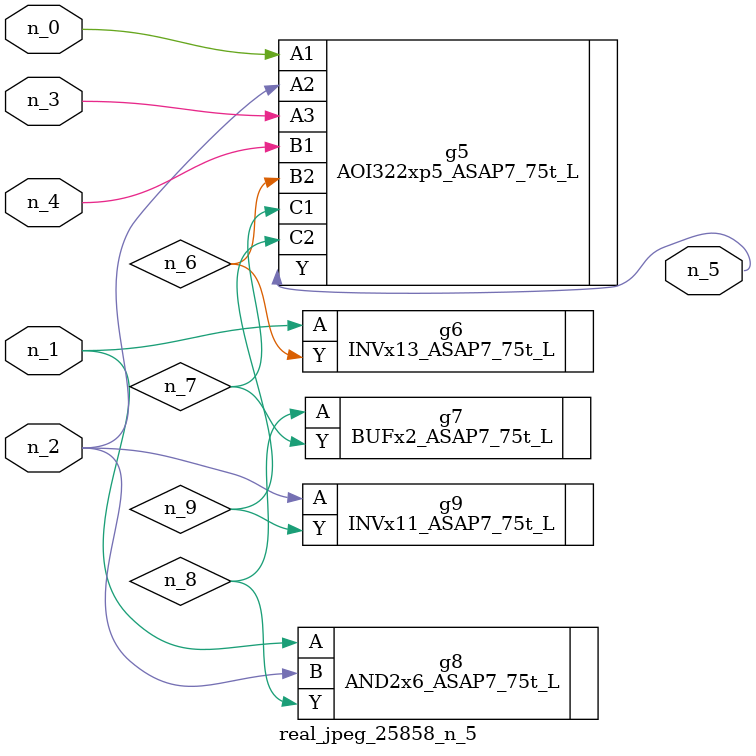
<source format=v>
module real_jpeg_25858_n_5 (n_4, n_0, n_1, n_2, n_3, n_5);

input n_4;
input n_0;
input n_1;
input n_2;
input n_3;

output n_5;

wire n_8;
wire n_6;
wire n_7;
wire n_9;

AOI322xp5_ASAP7_75t_L g5 ( 
.A1(n_0),
.A2(n_2),
.A3(n_3),
.B1(n_4),
.B2(n_6),
.C1(n_7),
.C2(n_9),
.Y(n_5)
);

INVx13_ASAP7_75t_L g6 ( 
.A(n_1),
.Y(n_6)
);

AND2x6_ASAP7_75t_L g8 ( 
.A(n_1),
.B(n_2),
.Y(n_8)
);

INVx11_ASAP7_75t_L g9 ( 
.A(n_2),
.Y(n_9)
);

BUFx2_ASAP7_75t_L g7 ( 
.A(n_8),
.Y(n_7)
);


endmodule
</source>
